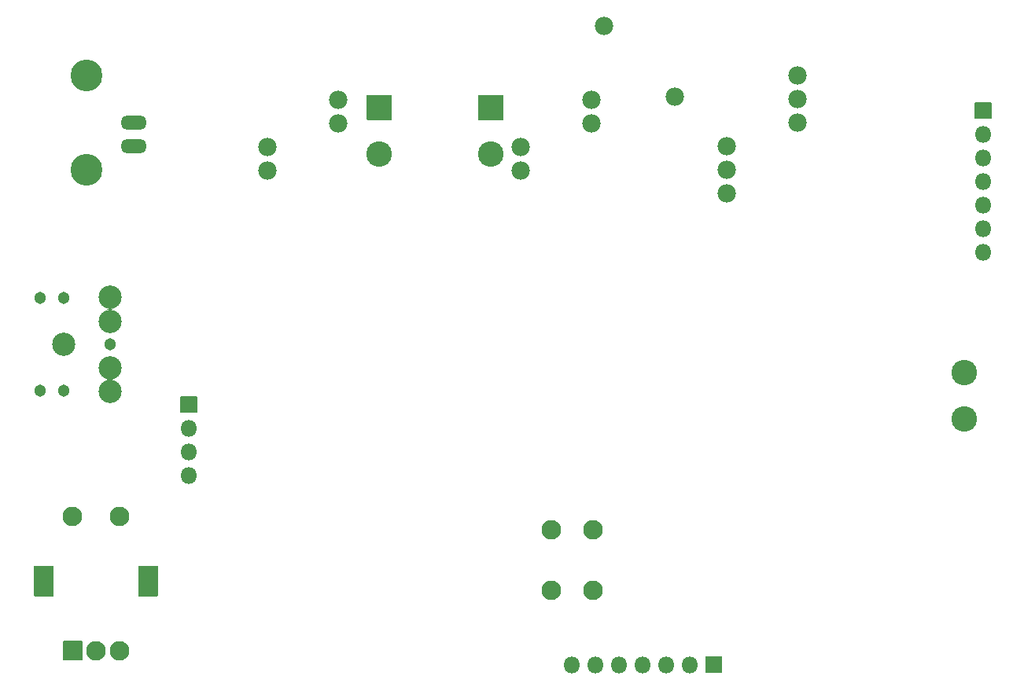
<source format=gbs>
G04 #@! TF.GenerationSoftware,KiCad,Pcbnew,5.1.12-unknown-nightly-202202221509*
G04 #@! TF.CreationDate,2022-10-18T15:46:02-04:00*
G04 #@! TF.ProjectId,Tayloe-Mixer-v3,5461796c-6f65-42d4-9d69-7865722d7633,rev?*
G04 #@! TF.SameCoordinates,Original*
G04 #@! TF.FileFunction,Soldermask,Bot*
G04 #@! TF.FilePolarity,Negative*
%FSLAX46Y46*%
G04 Gerber Fmt 4.6, Leading zero omitted, Abs format (unit mm)*
G04 Created by KiCad (PCBNEW 5.1.12-unknown-nightly-202202221509) date 2022-10-18 15:46:02*
%MOMM*%
%LPD*%
G01*
G04 APERTURE LIST*
%ADD10C,1.219200*%
%ADD11C,2.743200*%
%ADD12O,1.802000X1.802000*%
%ADD13C,1.981200*%
%ADD14O,2.819200X1.511200*%
%ADD15C,3.419200*%
%ADD16C,2.102000*%
%ADD17C,1.302000*%
%ADD18C,2.503200*%
%ADD19C,0.100000*%
G04 APERTURE END LIST*
D10*
X55609600Y-60500000D02*
G75*
G03*
X55609600Y-60500000I-609600J0D01*
G01*
X50609600Y-63000000D02*
G75*
G03*
X50609600Y-63000000I-609600J0D01*
G01*
X55609600Y-68100000D02*
G75*
G03*
X55609600Y-68100000I-609600J0D01*
G01*
X55609600Y-57900000D02*
G75*
G03*
X55609600Y-57900000I-609600J0D01*
G01*
X55609600Y-65500000D02*
G75*
G03*
X55609600Y-65500000I-609600J0D01*
G01*
X55609600Y-60500000D02*
G75*
G03*
X55609600Y-60500000I-609600J0D01*
G01*
X50609600Y-63000000D02*
G75*
G03*
X50609600Y-63000000I-609600J0D01*
G01*
X55609600Y-68100000D02*
G75*
G03*
X55609600Y-68100000I-609600J0D01*
G01*
X55609600Y-57900000D02*
G75*
G03*
X55609600Y-57900000I-609600J0D01*
G01*
X55609600Y-65500000D02*
G75*
G03*
X55609600Y-65500000I-609600J0D01*
G01*
D11*
X147000000Y-66000000D03*
X147000000Y-71000000D03*
D12*
X63500000Y-77120000D03*
X63500000Y-74580000D03*
X63500000Y-72040000D03*
G36*
G01*
X62599000Y-70350000D02*
X62599000Y-68650000D01*
G75*
G02*
X62650000Y-68599000I51000J0D01*
G01*
X64350000Y-68599000D01*
G75*
G02*
X64401000Y-68650000I0J-51000D01*
G01*
X64401000Y-70350000D01*
G75*
G02*
X64350000Y-70401000I-51000J0D01*
G01*
X62650000Y-70401000D01*
G75*
G02*
X62599000Y-70350000I0J51000D01*
G01*
G37*
X104760000Y-97500000D03*
X107300000Y-97500000D03*
X109840000Y-97500000D03*
X112380000Y-97500000D03*
X114920000Y-97500000D03*
X117460000Y-97500000D03*
G36*
G01*
X119150000Y-96599000D02*
X120850000Y-96599000D01*
G75*
G02*
X120901000Y-96650000I0J-51000D01*
G01*
X120901000Y-98350000D01*
G75*
G02*
X120850000Y-98401000I-51000J0D01*
G01*
X119150000Y-98401000D01*
G75*
G02*
X119099000Y-98350000I0J51000D01*
G01*
X119099000Y-96650000D01*
G75*
G02*
X119150000Y-96599000I51000J0D01*
G01*
G37*
G36*
G01*
X94628400Y-38770000D02*
X94628400Y-36230000D01*
G75*
G02*
X94730000Y-36128400I101600J0D01*
G01*
X97270000Y-36128400D01*
G75*
G02*
X97371600Y-36230000I0J-101600D01*
G01*
X97371600Y-38770000D01*
G75*
G02*
X97270000Y-38871600I-101600J0D01*
G01*
X94730000Y-38871600D01*
G75*
G02*
X94628400Y-38770000I0J101600D01*
G01*
G37*
D11*
X96000000Y-42500000D03*
G36*
G01*
X82628400Y-38770000D02*
X82628400Y-36230000D01*
G75*
G02*
X82730000Y-36128400I101600J0D01*
G01*
X85270000Y-36128400D01*
G75*
G02*
X85371600Y-36230000I0J-101600D01*
G01*
X85371600Y-38770000D01*
G75*
G02*
X85270000Y-38871600I-101600J0D01*
G01*
X82730000Y-38871600D01*
G75*
G02*
X82628400Y-38770000I0J101600D01*
G01*
G37*
X84000000Y-42500000D03*
D12*
X149000000Y-47990000D03*
X149000000Y-42910000D03*
G36*
G01*
X148099000Y-38680000D02*
X148099000Y-36980000D01*
G75*
G02*
X148150000Y-36929000I51000J0D01*
G01*
X149850000Y-36929000D01*
G75*
G02*
X149901000Y-36980000I0J-51000D01*
G01*
X149901000Y-38680000D01*
G75*
G02*
X149850000Y-38731000I-51000J0D01*
G01*
X148150000Y-38731000D01*
G75*
G02*
X148099000Y-38680000I0J51000D01*
G01*
G37*
X149000000Y-45450000D03*
X149000000Y-50530000D03*
X149000000Y-40370000D03*
X149000000Y-53070000D03*
D13*
X121380000Y-44160000D03*
X121380000Y-46700000D03*
X129000000Y-36540000D03*
X121380000Y-41620000D03*
X129000000Y-34000000D03*
X129000000Y-39080000D03*
X106810000Y-39230000D03*
X99190000Y-44310000D03*
X106810000Y-36690000D03*
X99190000Y-41770000D03*
X79620000Y-39230000D03*
X72000000Y-44310000D03*
X79620000Y-36690000D03*
X72000000Y-41770000D03*
D14*
X57580000Y-39080000D03*
X57580000Y-41620000D03*
D15*
X52500000Y-44160000D03*
X52500000Y-34000000D03*
G36*
G01*
X52000000Y-97051000D02*
X50000000Y-97051000D01*
G75*
G02*
X49949000Y-97000000I0J51000D01*
G01*
X49949000Y-95000000D01*
G75*
G02*
X50000000Y-94949000I51000J0D01*
G01*
X52000000Y-94949000D01*
G75*
G02*
X52051000Y-95000000I0J-51000D01*
G01*
X52051000Y-97000000D01*
G75*
G02*
X52000000Y-97051000I-51000J0D01*
G01*
G37*
D16*
X53500000Y-96000000D03*
X56000000Y-96000000D03*
G36*
G01*
X48900000Y-90151000D02*
X46900000Y-90151000D01*
G75*
G02*
X46849000Y-90100000I0J51000D01*
G01*
X46849000Y-86900000D01*
G75*
G02*
X46900000Y-86849000I51000J0D01*
G01*
X48900000Y-86849000D01*
G75*
G02*
X48951000Y-86900000I0J-51000D01*
G01*
X48951000Y-90100000D01*
G75*
G02*
X48900000Y-90151000I-51000J0D01*
G01*
G37*
G36*
G01*
X60100000Y-90151000D02*
X58100000Y-90151000D01*
G75*
G02*
X58049000Y-90100000I0J51000D01*
G01*
X58049000Y-86900000D01*
G75*
G02*
X58100000Y-86849000I51000J0D01*
G01*
X60100000Y-86849000D01*
G75*
G02*
X60151000Y-86900000I0J-51000D01*
G01*
X60151000Y-90100000D01*
G75*
G02*
X60100000Y-90151000I-51000J0D01*
G01*
G37*
X51000000Y-81500000D03*
X56000000Y-81500000D03*
X102500000Y-83000000D03*
X107000000Y-83000000D03*
X102500000Y-89500000D03*
X107000000Y-89500000D03*
D13*
X108190000Y-28690000D03*
X115810000Y-36310000D03*
D17*
X47500000Y-58000000D03*
X50000000Y-58000000D03*
D18*
X55000000Y-57900000D03*
D17*
X55000000Y-63000000D03*
D18*
X50000000Y-63000000D03*
D17*
X50000000Y-68000000D03*
D18*
X55000000Y-68100000D03*
X55000000Y-65500000D03*
D17*
X47500000Y-68000000D03*
D18*
X55000000Y-60500000D03*
D19*
G36*
X55389390Y-66685826D02*
G01*
X55390155Y-66687674D01*
X55389115Y-66689177D01*
X55373097Y-66697738D01*
X55354460Y-66713033D01*
X55339165Y-66731670D01*
X55327800Y-66752934D01*
X55320800Y-66776009D01*
X55318437Y-66800000D01*
X55320800Y-66823991D01*
X55327800Y-66847066D01*
X55339165Y-66868330D01*
X55354460Y-66886967D01*
X55373097Y-66902262D01*
X55389115Y-66910823D01*
X55390171Y-66912522D01*
X55389228Y-66914285D01*
X55387407Y-66914435D01*
X55362738Y-66904217D01*
X55122479Y-66856427D01*
X54877521Y-66856427D01*
X54637262Y-66904217D01*
X54612593Y-66914435D01*
X54610610Y-66914174D01*
X54609845Y-66912326D01*
X54610885Y-66910823D01*
X54626903Y-66902262D01*
X54645540Y-66886967D01*
X54660835Y-66868330D01*
X54672200Y-66847066D01*
X54679200Y-66823991D01*
X54681563Y-66800000D01*
X54679200Y-66776009D01*
X54672200Y-66752934D01*
X54660835Y-66731670D01*
X54645540Y-66713033D01*
X54626903Y-66697738D01*
X54610885Y-66689177D01*
X54609829Y-66687478D01*
X54610772Y-66685715D01*
X54612593Y-66685565D01*
X54637262Y-66695783D01*
X54877521Y-66743573D01*
X55122479Y-66743573D01*
X55362738Y-66695783D01*
X55387407Y-66685565D01*
X55389390Y-66685826D01*
G37*
G36*
X55389390Y-59085826D02*
G01*
X55390155Y-59087674D01*
X55389115Y-59089177D01*
X55373097Y-59097738D01*
X55354460Y-59113033D01*
X55339165Y-59131670D01*
X55327800Y-59152934D01*
X55320800Y-59176009D01*
X55318437Y-59200000D01*
X55320800Y-59223991D01*
X55327800Y-59247066D01*
X55339165Y-59268330D01*
X55354460Y-59286967D01*
X55373097Y-59302262D01*
X55389115Y-59310823D01*
X55390171Y-59312522D01*
X55389228Y-59314285D01*
X55387407Y-59314435D01*
X55362738Y-59304217D01*
X55122479Y-59256427D01*
X54877521Y-59256427D01*
X54637262Y-59304217D01*
X54612593Y-59314435D01*
X54610610Y-59314174D01*
X54609845Y-59312326D01*
X54610885Y-59310823D01*
X54626903Y-59302262D01*
X54645540Y-59286967D01*
X54660835Y-59268330D01*
X54672200Y-59247066D01*
X54679200Y-59223991D01*
X54681563Y-59200000D01*
X54679200Y-59176009D01*
X54672200Y-59152934D01*
X54660835Y-59131670D01*
X54645540Y-59113033D01*
X54626903Y-59097738D01*
X54610885Y-59089177D01*
X54609829Y-59087478D01*
X54610772Y-59085715D01*
X54612593Y-59085565D01*
X54637262Y-59095783D01*
X54877521Y-59143573D01*
X55122479Y-59143573D01*
X55362738Y-59095783D01*
X55387407Y-59085565D01*
X55389390Y-59085826D01*
G37*
M02*

</source>
